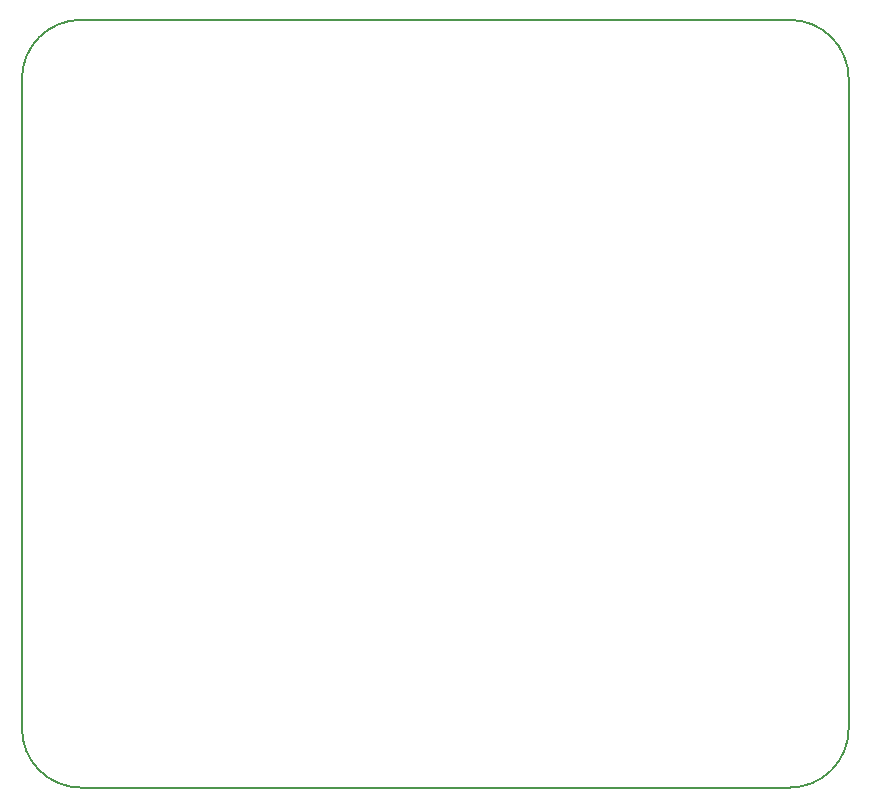
<source format=gbr>
G04 #@! TF.GenerationSoftware,KiCad,Pcbnew,(5.0.0)*
G04 #@! TF.CreationDate,2020-08-04T09:55:42-04:00*
G04 #@! TF.ProjectId,Lighting,4C69676874696E672E6B696361645F70,1*
G04 #@! TF.SameCoordinates,Original*
G04 #@! TF.FileFunction,Profile,NP*
%FSLAX46Y46*%
G04 Gerber Fmt 4.6, Leading zero omitted, Abs format (unit mm)*
G04 Created by KiCad (PCBNEW (5.0.0)) date 08/04/20 09:55:42*
%MOMM*%
%LPD*%
G01*
G04 APERTURE LIST*
%ADD10C,0.200000*%
G04 APERTURE END LIST*
D10*
X269795000Y-119643000D02*
G75*
G02X264795000Y-124643000I-5000000J0D01*
G01*
X204795000Y-124643000D02*
G75*
G02X199795000Y-119643000I0J5000000D01*
G01*
X199795000Y-64643000D02*
G75*
G02X204795000Y-59643000I5000000J0D01*
G01*
X264795000Y-59643000D02*
X204795000Y-59643000D01*
X199795000Y-64643000D02*
X199795000Y-119643000D01*
X269795000Y-119643000D02*
X269795000Y-64643000D01*
X204795000Y-124643000D02*
X264795000Y-124643000D01*
X264795000Y-59643000D02*
G75*
G02X269795000Y-64643000I0J-5000000D01*
G01*
M02*

</source>
